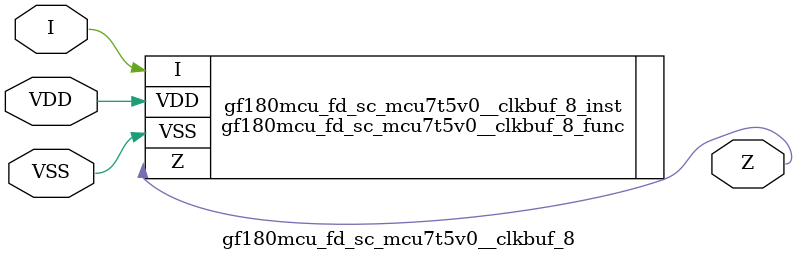
<source format=v>

module gf180mcu_fd_sc_mcu7t5v0__clkbuf_8( I, Z, VDD, VSS );
input I;
inout VDD, VSS;
output Z;

   `ifdef FUNCTIONAL  //  functional //

	gf180mcu_fd_sc_mcu7t5v0__clkbuf_8_func gf180mcu_fd_sc_mcu7t5v0__clkbuf_8_behav_inst(.I(I),.Z(Z),.VDD(VDD),.VSS(VSS));

   `else

	gf180mcu_fd_sc_mcu7t5v0__clkbuf_8_func gf180mcu_fd_sc_mcu7t5v0__clkbuf_8_inst(.I(I),.Z(Z),.VDD(VDD),.VSS(VSS));

	// spec_gates_begin


	// spec_gates_end



   specify

	// specify_block_begin

	// comb arc I --> Z
	 (I => Z) = (1.0,1.0);

	// specify_block_end

   endspecify

   `endif

endmodule

</source>
